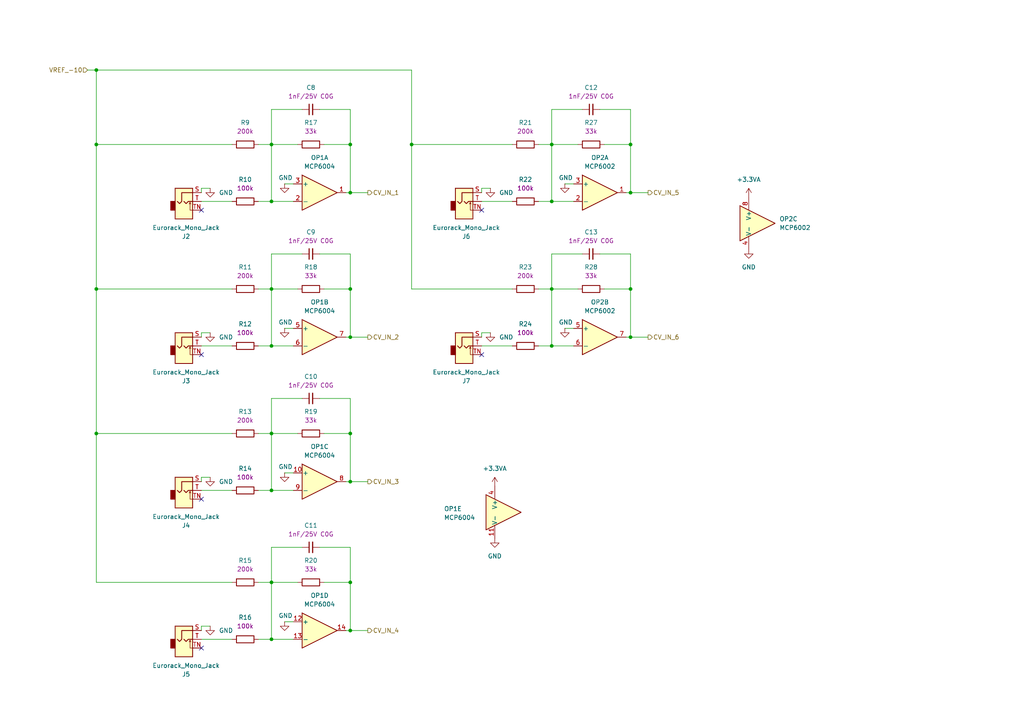
<source format=kicad_sch>
(kicad_sch (version 20250114) (generator "eeschema") (generator_version "9.0")
  (paper "A4")
  (lib_symbols
    (symbol "Lichen:100k_0603" (pin_numbers (hide yes)) (pin_names (offset 0))
      (property "Reference" "R6" (at -2.54 -1.2701 0))
      (property "Display" "100k" (at -2.54 1.2699 0))
      (symbol "100k_0603_0_1"
        (rectangle (start -1.016 -2.54) (end 1.016 2.54) (stroke (width 0.254)))
      )
      (symbol "100k_0603_1_1"
        (pin passive line (at 0 3.81 270) (length 1.27) (name "~") (number "1"))
        (pin passive line (at 0 -3.81 90) (length 1.27) (name "~") (number "2"))
      )
    )
    (symbol "Lichen:10nF_0603_25V" (pin_numbers (hide yes)) (pin_names (offset 0.254) (hide yes))
      (property "Reference" "C5" (at 2.54 1.2638 0))
      (property "Display" "100nF" (at 2.54 -1.2762 0))
      (symbol "10nF_0603_25V_0_1"
        (polyline (pts (xy -1.524 0.508) (xy 1.524 0.508)) (stroke (width 0.3048)))
        (polyline (pts (xy -1.524 -0.508) (xy 1.524 -0.508)) (stroke (width 0.3302)))
      )
      (symbol "10nF_0603_25V_1_1"
        (pin passive line (at 0 2.54 270) (length 2.032) (name "~") (number "1"))
        (pin passive line (at 0 -2.54 90) (length 2.032) (name "~") (number "2"))
      )
    )
    (symbol "Lichen:200k_0603" (pin_numbers (hide yes)) (pin_names (offset 0))
      (property "Reference" "R3" (at 6.35 0 90))
      (property "Display" "200k" (at 3.81 0 90))
      (symbol "200k_0603_0_1"
        (rectangle (start -1.016 -2.54) (end 1.016 2.54) (stroke (width 0.254)))
      )
      (symbol "200k_0603_1_1"
        (pin passive line (at 0 3.81 270) (length 1.27) (name "~") (number "1"))
        (pin passive line (at 0 -3.81 90) (length 1.27) (name "~") (number "2"))
      )
    )
    (symbol "Lichen:33k_0603" (pin_numbers (hide yes)) (pin_names (offset 0))
      (property "Reference" "R17" (at 6.35 0 90))
      (property "Display" "33k" (at 3.81 0 90))
      (symbol "33k_0603_0_1"
        (rectangle (start -1.016 -2.54) (end 1.016 2.54) (stroke (width 0.254)))
      )
      (symbol "33k_0603_1_1"
        (pin passive line (at 0 3.81 270) (length 1.27) (name "~") (number "1"))
        (pin passive line (at 0 -3.81 90) (length 1.27) (name "~") (number "2"))
      )
    )
    (symbol "Lichen:MCP6002" (pin_names (offset 0.127))
      (property "Reference" "U6" (at 0 10.16 0))
      (property "Value" "MCP6002" (at 0 7.62 0))
      (symbol "MCP6002_1_1"
        (polyline (pts (xy -5.08 5.08) (xy 5.08 0) (xy -5.08 -5.08) (xy -5.08 5.08)) (stroke (width 0.254)) (fill (type background)))
        (pin input line (at -7.62 2.54 0) (length 2.54) (name "+") (number "3"))
        (pin input line (at -7.62 -2.54 0) (length 2.54) (name "-") (number "2"))
        (pin output line (at 7.62 0 180) (length 2.54) (name "~") (number "1"))
      )
      (symbol "MCP6002_2_1"
        (polyline (pts (xy -5.08 5.08) (xy 5.08 0) (xy -5.08 -5.08) (xy -5.08 5.08)) (stroke (width 0.254)) (fill (type background)))
        (pin input line (at -7.62 2.54 0) (length 2.54) (name "+") (number "5"))
        (pin input line (at -7.62 -2.54 0) (length 2.54) (name "-") (number "6"))
        (pin output line (at 7.62 0 180) (length 2.54) (name "~") (number "7"))
      )
      (symbol "MCP6002_3_1"
        (polyline (pts (xy -5.08 5.08) (xy 5.08 0) (xy -5.08 -5.08) (xy -5.08 5.08)) (stroke (width 0.254)) (fill (type background)))
        (pin power_in line (at -2.54 7.62 270) (length 3.81) (name "V+") (number "8"))
        (pin power_in line (at -2.54 -7.62 90) (length 3.81) (name "V-") (number "4"))
      )
    )
    (symbol "Lichen:MCP6004" (pin_names (offset 0.127))
      (property "Reference" "U3" (at 6.35 1.2701 0))
      (property "Value" "MCP6004" (at 6.35 -1.2699 0))
      (symbol "MCP6004_1_1"
        (polyline (pts (xy -5.08 5.08) (xy 5.08 0) (xy -5.08 -5.08) (xy -5.08 5.08)) (stroke (width 0.254)) (fill (type background)))
        (pin input line (at -7.62 2.54 0) (length 2.54) (name "+") (number "3"))
        (pin input line (at -7.62 -2.54 0) (length 2.54) (name "-") (number "2"))
        (pin output line (at 7.62 0 180) (length 2.54) (name "~") (number "1"))
      )
      (symbol "MCP6004_2_1"
        (polyline (pts (xy -5.08 5.08) (xy 5.08 0) (xy -5.08 -5.08) (xy -5.08 5.08)) (stroke (width 0.254)) (fill (type background)))
        (pin input line (at -7.62 2.54 0) (length 2.54) (name "+") (number "5"))
        (pin input line (at -7.62 -2.54 0) (length 2.54) (name "-") (number "6"))
        (pin output line (at 7.62 0 180) (length 2.54) (name "~") (number "7"))
      )
      (symbol "MCP6004_3_1"
        (polyline (pts (xy -5.08 5.08) (xy 5.08 0) (xy -5.08 -5.08) (xy -5.08 5.08)) (stroke (width 0.254)) (fill (type background)))
        (pin input line (at -7.62 2.54 0) (length 2.54) (name "+") (number "10"))
        (pin input line (at -7.62 -2.54 0) (length 2.54) (name "-") (number "9"))
        (pin output line (at 7.62 0 180) (length 2.54) (name "~") (number "8"))
      )
      (symbol "MCP6004_4_1"
        (polyline (pts (xy -5.08 5.08) (xy 5.08 0) (xy -5.08 -5.08) (xy -5.08 5.08)) (stroke (width 0.254)) (fill (type background)))
        (pin input line (at -7.62 2.54 0) (length 2.54) (name "+") (number "12"))
        (pin input line (at -7.62 -2.54 0) (length 2.54) (name "-") (number "13"))
        (pin output line (at 7.62 0 180) (length 2.54) (name "~") (number "14"))
      )
      (symbol "MCP6004_5_1"
        (polyline (pts (xy -5.08 5.08) (xy 5.08 0) (xy -5.08 -5.08) (xy -5.08 5.08)) (stroke (width 0.254)) (fill (type background)))
        (pin power_in line (at -2.54 7.62 270) (length 3.81) (name "V+") (number "4"))
        (pin power_in line (at -2.54 -7.62 90) (length 3.81) (name "V-") (number "11"))
      )
    )
    (symbol "Lichen:Thonkiconn_Mono_Audio_Jack"
      (property "Reference" "J14" (at -5.08 -1.9051 0))
      (property "Value" "Thonkiconn_Mono_Audio_Jack" (at -5.08 0.6349 0))
      (symbol "Thonkiconn_Mono_Audio_Jack_0_1"
        (rectangle (start -2.54 0) (end -3.81 -2.54) (stroke (width 0.254)) (fill (type outline)))
        (polyline (pts (xy 0 0) (xy 0.635 -0.635) (xy 1.27 0) (xy 2.54 0)) (stroke (width 0.254)))
        (polyline (pts (xy 1.778 -0.254) (xy 2.032 -0.762)))
        (rectangle (start 2.54 3.81) (end -2.54 -5.08) (stroke (width 0.254)) (fill (type background)))
        (polyline (pts (xy 2.54 2.54) (xy -0.635 2.54) (xy -0.635 0) (xy -1.27 -0.635) (xy -1.905 0)) (stroke (width 0.254)))
        (polyline (pts (xy 2.54 -2.54) (xy 1.778 -2.54) (xy 1.778 -0.254) (xy 1.524 -0.762)))
      )
      (symbol "Thonkiconn_Mono_Audio_Jack_1_1"
        (pin passive line (at 5.08 2.54 180) (length 2.54) (name "~") (number "S"))
        (pin passive line (at 5.08 0 180) (length 2.54) (name "~") (number "T"))
        (pin passive line (at 5.08 -2.54 180) (length 2.54) (name "~") (number "TN"))
      )
    )
    (symbol "power:+3.3VA" (power) (pin_numbers (hide yes)) (pin_names (offset 0) (hide yes))
      (property "Value" "+3.3VA" (at 0 3.556 0))
      (symbol "+3.3VA_0_1"
        (polyline (pts (xy -0.762 1.27) (xy 0 2.54)))
        (polyline (pts (xy 0 2.54) (xy 0.762 1.27)))
        (polyline (pts (xy 0 0) (xy 0 2.54)))
      )
      (symbol "+3.3VA_1_1"
        (pin power_in line (at 0 0 90) (length 0) (name "~") (number "1"))
      )
    )
    (symbol "power:GND" (power) (pin_numbers (hide yes)) (pin_names (offset 0) (hide yes))
      (property "Value" "GND" (at 0 -3.81 0))
      (symbol "GND_0_1"
        (polyline (pts (xy 0 0) (xy 0 -1.27) (xy 1.27 -1.27) (xy 0 -2.54) (xy -1.27 -1.27) (xy 0 -1.27)))
      )
      (symbol "GND_1_1"
        (pin power_in line (at 0 0 270) (length 0) (name "~") (number "1"))
      )
    )
    (symbol "winterbloom:MCP6004" (pin_names (offset 0.127))
      (property "Reference" "U" (at 0 3.81 0))
      (property "Value" "MCP6004" (at 0 -3.81 0))
      (symbol "MCP6004_1_1"
        (polyline (pts (xy -5.08 5.08) (xy 5.08 0) (xy -5.08 -5.08) (xy -5.08 5.08)) (stroke (width 0.254)) (fill (type background)))
        (pin input line (at -7.62 2.54 0) (length 2.54) (name "+") (number "3"))
        (pin input line (at -7.62 -2.54 0) (length 2.54) (name "-") (number "2"))
        (pin output line (at 7.62 0 180) (length 2.54) (name "~") (number "1"))
      )
      (symbol "MCP6004_2_1"
        (polyline (pts (xy -5.08 5.08) (xy 5.08 0) (xy -5.08 -5.08) (xy -5.08 5.08)) (stroke (width 0.254)) (fill (type background)))
        (pin input line (at -7.62 2.54 0) (length 2.54) (name "+") (number "5"))
        (pin input line (at -7.62 -2.54 0) (length 2.54) (name "-") (number "6"))
        (pin output line (at 7.62 0 180) (length 2.54) (name "~") (number "7"))
      )
      (symbol "MCP6004_3_1"
        (polyline (pts (xy -5.08 5.08) (xy 5.08 0) (xy -5.08 -5.08) (xy -5.08 5.08)) (stroke (width 0.254)) (fill (type background)))
        (pin input line (at -7.62 2.54 0) (length 2.54) (name "+") (number "10"))
        (pin input line (at -7.62 -2.54 0) (length 2.54) (name "-") (number "9"))
        (pin output line (at 7.62 0 180) (length 2.54) (name "~") (number "8"))
      )
      (symbol "MCP6004_4_1"
        (polyline (pts (xy -5.08 5.08) (xy 5.08 0) (xy -5.08 -5.08) (xy -5.08 5.08)) (stroke (width 0.254)) (fill (type background)))
        (pin input line (at -7.62 2.54 0) (length 2.54) (name "+") (number "12"))
        (pin input line (at -7.62 -2.54 0) (length 2.54) (name "-") (number "13"))
        (pin output line (at 7.62 0 180) (length 2.54) (name "~") (number "14"))
      )
      (symbol "MCP6004_5_1"
        (polyline (pts (xy -5.08 5.08) (xy 5.08 0) (xy -5.08 -5.08) (xy -5.08 5.08)) (stroke (width 0.254)) (fill (type background)))
        (pin power_in line (at -2.54 7.62 270) (length 3.81) (name "V+") (number "4"))
        (pin power_in line (at -2.54 -7.62 90) (length 3.81) (name "V-") (number "11"))
      )
    )
  )
  (junction (at 160.02 58.42))
  (junction (at 78.74 125.73))
  (junction (at 182.88 55.88))
  (junction (at 160.02 41.91))
  (junction (at 101.6 182.88))
  (junction (at 27.94 83.82))
  (junction (at 78.74 100.33))
  (junction (at 27.94 125.73))
  (junction (at 101.6 97.79))
  (junction (at 78.74 185.42))
  (junction (at 78.74 83.82))
  (junction (at 27.94 41.91))
  (junction (at 160.02 100.33))
  (junction (at 101.6 168.91))
  (junction (at 101.6 55.88))
  (junction (at 119.38 41.91))
  (junction (at 78.74 41.91))
  (junction (at 78.74 142.24))
  (junction (at 182.88 97.79))
  (junction (at 101.6 41.91))
  (junction (at 27.94 20.32))
  (junction (at 78.74 58.42))
  (junction (at 182.88 41.91))
  (junction (at 78.74 168.91))
  (junction (at 101.6 125.73))
  (junction (at 101.6 139.7))
  (junction (at 160.02 83.82))
  (junction (at 182.88 83.82))
  (junction (at 101.6 83.82))
  (no_connect (at 58.42 144.78))
  (no_connect (at 139.7 102.87))
  (no_connect (at 58.42 60.96))
  (no_connect (at 139.7 60.96))
  (no_connect (at 58.42 187.96))
  (no_connect (at 58.42 102.87))
  (wire (pts (xy 139.7 54.61) (xy 139.7 55.88)))
  (wire (pts (xy 92.71 31.75) (xy 101.6 31.75)))
  (wire (pts (xy 101.6 55.88) (xy 101.6 41.91)))
  (wire (pts (xy 100.33 182.88) (xy 101.6 182.88)))
  (wire (pts (xy 27.94 83.82) (xy 27.94 125.73)))
  (wire (pts (xy 74.93 41.91) (xy 78.74 41.91)))
  (wire (pts (xy 78.74 125.73) (xy 78.74 142.24)))
  (wire (pts (xy 139.7 96.52) (xy 142.24 96.52)))
  (wire (pts (xy 156.21 100.33) (xy 160.02 100.33)))
  (wire (pts (xy 182.88 31.75) (xy 182.88 41.91)))
  (wire (pts (xy 156.21 83.82) (xy 160.02 83.82)))
  (wire (pts (xy 139.7 54.61) (xy 142.24 54.61)))
  (wire (pts (xy 139.7 58.42) (xy 148.59 58.42)))
  (wire (pts (xy 78.74 185.42) (xy 85.09 185.42)))
  (wire (pts (xy 78.74 125.73) (xy 86.36 125.73)))
  (wire (pts (xy 160.02 73.66) (xy 160.02 83.82)))
  (wire (pts (xy 160.02 58.42) (xy 166.37 58.42)))
  (wire (pts (xy 101.6 41.91) (xy 93.98 41.91)))
  (wire (pts (xy 58.42 100.33) (xy 67.31 100.33)))
  (wire (pts (xy 82.55 180.34) (xy 85.09 180.34)))
  (wire (pts (xy 160.02 83.82) (xy 167.64 83.82)))
  (wire (pts (xy 101.6 182.88) (xy 101.6 168.91)))
  (wire (pts (xy 25.4 20.32) (xy 27.94 20.32)))
  (wire (pts (xy 182.88 83.82) (xy 175.26 83.82)))
  (wire (pts (xy 156.21 41.91) (xy 160.02 41.91)))
  (wire (pts (xy 82.55 53.34) (xy 85.09 53.34)))
  (wire (pts (xy 78.74 41.91) (xy 86.36 41.91)))
  (wire (pts (xy 82.55 137.16) (xy 85.09 137.16)))
  (wire (pts (xy 100.33 55.88) (xy 101.6 55.88)))
  (wire (pts (xy 173.99 31.75) (xy 182.88 31.75)))
  (wire (pts (xy 139.7 96.52) (xy 139.7 97.79)))
  (wire (pts (xy 58.42 96.52) (xy 58.42 97.79)))
  (wire (pts (xy 160.02 41.91) (xy 160.02 58.42)))
  (wire (pts (xy 27.94 125.73) (xy 27.94 168.91)))
  (wire (pts (xy 182.88 97.79) (xy 182.88 83.82)))
  (wire (pts (xy 163.83 53.34) (xy 166.37 53.34)))
  (wire (pts (xy 92.71 73.66) (xy 101.6 73.66)))
  (wire (pts (xy 168.91 31.75) (xy 160.02 31.75)))
  (wire (pts (xy 27.94 83.82) (xy 67.31 83.82)))
  (wire (pts (xy 101.6 168.91) (xy 93.98 168.91)))
  (wire (pts (xy 78.74 158.75) (xy 78.74 168.91)))
  (wire (pts (xy 101.6 158.75) (xy 101.6 168.91)))
  (wire (pts (xy 58.42 96.52) (xy 60.96 96.52)))
  (wire (pts (xy 148.59 83.82) (xy 119.38 83.82)))
  (wire (pts (xy 100.33 139.7) (xy 101.6 139.7)))
  (wire (pts (xy 87.63 31.75) (xy 78.74 31.75)))
  (wire (pts (xy 58.42 181.61) (xy 60.96 181.61)))
  (wire (pts (xy 101.6 83.82) (xy 93.98 83.82)))
  (wire (pts (xy 27.94 168.91) (xy 67.31 168.91)))
  (wire (pts (xy 139.7 100.33) (xy 148.59 100.33)))
  (wire (pts (xy 173.99 73.66) (xy 182.88 73.66)))
  (wire (pts (xy 74.93 125.73) (xy 78.74 125.73)))
  (wire (pts (xy 87.63 115.57) (xy 78.74 115.57)))
  (wire (pts (xy 101.6 55.88) (xy 106.68 55.88)))
  (wire (pts (xy 78.74 115.57) (xy 78.74 125.73)))
  (wire (pts (xy 27.94 20.32) (xy 119.38 20.32)))
  (wire (pts (xy 74.93 168.91) (xy 78.74 168.91)))
  (wire (pts (xy 168.91 73.66) (xy 160.02 73.66)))
  (wire (pts (xy 160.02 100.33) (xy 166.37 100.33)))
  (wire (pts (xy 27.94 125.73) (xy 67.31 125.73)))
  (wire (pts (xy 58.42 181.61) (xy 58.42 182.88)))
  (wire (pts (xy 27.94 20.32) (xy 27.94 41.91)))
  (wire (pts (xy 58.42 54.61) (xy 58.42 55.88)))
  (wire (pts (xy 58.42 138.43) (xy 60.96 138.43)))
  (wire (pts (xy 160.02 83.82) (xy 160.02 100.33)))
  (wire (pts (xy 101.6 139.7) (xy 106.68 139.7)))
  (wire (pts (xy 119.38 41.91) (xy 148.59 41.91)))
  (wire (pts (xy 182.88 55.88) (xy 182.88 41.91)))
  (wire (pts (xy 101.6 73.66) (xy 101.6 83.82)))
  (wire (pts (xy 119.38 20.32) (xy 119.38 41.91)))
  (wire (pts (xy 78.74 41.91) (xy 78.74 58.42)))
  (wire (pts (xy 87.63 158.75) (xy 78.74 158.75)))
  (wire (pts (xy 160.02 41.91) (xy 167.64 41.91)))
  (wire (pts (xy 58.42 58.42) (xy 67.31 58.42)))
  (wire (pts (xy 119.38 41.91) (xy 119.38 83.82)))
  (wire (pts (xy 78.74 100.33) (xy 85.09 100.33)))
  (wire (pts (xy 74.93 100.33) (xy 78.74 100.33)))
  (wire (pts (xy 78.74 31.75) (xy 78.74 41.91)))
  (wire (pts (xy 101.6 139.7) (xy 101.6 125.73)))
  (wire (pts (xy 74.93 83.82) (xy 78.74 83.82)))
  (wire (pts (xy 101.6 125.73) (xy 93.98 125.73)))
  (wire (pts (xy 27.94 41.91) (xy 67.31 41.91)))
  (wire (pts (xy 101.6 97.79) (xy 106.68 97.79)))
  (wire (pts (xy 100.33 97.79) (xy 101.6 97.79)))
  (wire (pts (xy 182.88 41.91) (xy 175.26 41.91)))
  (wire (pts (xy 78.74 168.91) (xy 86.36 168.91)))
  (wire (pts (xy 58.42 185.42) (xy 67.31 185.42)))
  (wire (pts (xy 87.63 73.66) (xy 78.74 73.66)))
  (wire (pts (xy 182.88 55.88) (xy 187.96 55.88)))
  (wire (pts (xy 82.55 95.25) (xy 85.09 95.25)))
  (wire (pts (xy 78.74 83.82) (xy 86.36 83.82)))
  (wire (pts (xy 101.6 31.75) (xy 101.6 41.91)))
  (wire (pts (xy 101.6 97.79) (xy 101.6 83.82)))
  (wire (pts (xy 78.74 168.91) (xy 78.74 185.42)))
  (wire (pts (xy 92.71 158.75) (xy 101.6 158.75)))
  (wire (pts (xy 181.61 55.88) (xy 182.88 55.88)))
  (wire (pts (xy 78.74 58.42) (xy 85.09 58.42)))
  (wire (pts (xy 27.94 41.91) (xy 27.94 83.82)))
  (wire (pts (xy 92.71 115.57) (xy 101.6 115.57)))
  (wire (pts (xy 101.6 182.88) (xy 106.68 182.88)))
  (wire (pts (xy 163.83 95.25) (xy 166.37 95.25)))
  (wire (pts (xy 78.74 83.82) (xy 78.74 100.33)))
  (wire (pts (xy 74.93 142.24) (xy 78.74 142.24)))
  (wire (pts (xy 182.88 97.79) (xy 187.96 97.79)))
  (wire (pts (xy 156.21 58.42) (xy 160.02 58.42)))
  (wire (pts (xy 74.93 185.42) (xy 78.74 185.42)))
  (wire (pts (xy 78.74 73.66) (xy 78.74 83.82)))
  (wire (pts (xy 101.6 115.57) (xy 101.6 125.73)))
  (wire (pts (xy 58.42 138.43) (xy 58.42 139.7)))
  (wire (pts (xy 58.42 54.61) (xy 60.96 54.61)))
  (wire (pts (xy 181.61 97.79) (xy 182.88 97.79)))
  (wire (pts (xy 58.42 142.24) (xy 67.31 142.24)))
  (wire (pts (xy 160.02 31.75) (xy 160.02 41.91)))
  (wire (pts (xy 78.74 142.24) (xy 85.09 142.24)))
  (wire (pts (xy 74.93 58.42) (xy 78.74 58.42)))
  (wire (pts (xy 182.88 73.66) (xy 182.88 83.82)))
  (hierarchical_label "CV_IN_5" (shape output) (at 187.96 55.88 0))
  (hierarchical_label "CV_IN_4" (shape output) (at 106.68 182.88 0))
  (hierarchical_label "CV_IN_2" (shape output) (at 106.68 97.79 0))
  (hierarchical_label "CV_IN_3" (shape output) (at 106.68 139.7 0))
  (hierarchical_label "CV_IN_6" (shape output) (at 187.96 97.79 0))
  (hierarchical_label "CV_IN_1" (shape output) (at 106.68 55.88 0))
  (hierarchical_label "VREF_-10" (shape input) (at 25.4 20.32 180))
  (symbol (lib_id "Lichen:100k_0603") (at 71.12 142.24 270) (unit 1)
    (property "Reference" "R14" (at 71.12 135.89 90))
    (property "Value" "100k_0603" (effects (hide yes)))
    (property "Footprint" "PCM_4ms_Resistor:R_0603" (effects (hide yes)))
    (property "Datasheet" "https://www.lcsc.com/datasheet/lcsc_datasheet_2206010045_UNI-ROYAL-Uniroyal-Elec-0603WAF1003T5E_C25803.pdf" (effects (hide yes)))
    (property "Description" "100K, 1%, 1/10W, 0603" (effects (hide yes)))
    (property "Specifications" "100K, 1%, 1/10W, 0603" (effects (hide yes)))
    (property "Manufacturer" "UNI-ROYAL" (effects (hide yes)))
    (property "Part Number" "0603WAF1003T5E" (effects (hide yes)))
    (property "Display" "100k" (at 71.12 138.43 90))
    (property "LCSC" "C25803" (effects (hide yes)))
    (property "JLCPCB ID" "C25803" (effects (hide yes)))
  )
  (symbol (lib_id "Lichen:33k_0603") (at 171.45 41.91 90) (unit 1)
    (property "Reference" "R27" (at 171.45 35.56 90))
    (property "Value" "33k_0603" (effects (hide yes)))
    (property "Footprint" "PCM_4ms_Resistor:R_0603" (effects (hide yes)))
    (property "Datasheet" "https://jlcpcb.com/api/file/downloadByFileSystemAccessId/8579706078424190976" (effects (hide yes)))
    (property "Description" "33K, 1%, 1/10W, 0603" (effects (hide yes)))
    (property "Specifications" "33K, 1%, 1/10W, 0603" (effects (hide yes)))
    (property "Manufacturer" "UNI-ROYAL" (effects (hide yes)))
    (property "Part Number" "0603WAF3302T5E" (effects (hide yes)))
    (property "Display" "33k" (at 171.45 38.1 90))
    (property "LCSC" "C4216" (effects (hide yes)))
  )
  (symbol (lib_id "Lichen:10nF_0603_25V") (at 171.45 73.66 90) (unit 1)
    (property "Reference" "C13" (at 171.4563 67.31 90))
    (property "Value" "1nF_0603_16V" (effects (hide yes)))
    (property "Footprint" "PCM_4ms_Capacitor:C_0603" (effects (hide yes)))
    (property "Description" "25V 1nF C0G ±5% 0603 MLCC" (effects (hide yes)))
    (property "Specifications" "25V 1nF C0G ±5% 0603 MLCC" (effects (hide yes)))
    (property "Manufacturer" "Samsung Electro-Mechanics" (effects (hide yes)))
    (property "Part Number" "CL10C102JA8NNNC" (effects (hide yes)))
    (property "Display" "1nF/25V C0G" (at 171.4563 69.85 90))
    (property "LCSC" "C2839443" (effects (hide yes)))
  )
  (symbol (lib_id "power:GND") (at 163.83 53.34 0) (unit 1)
    (property "Reference" "#PWR043" (effects (hide yes)))
    (property "Value" "GND" (at 162.052 51.562 0) (effects (justify left)))
    (property "Description" "Power symbol creates a global label with name \"GND\" , ground" (effects (hide yes)))
  )
  (symbol (lib_id "Lichen:10nF_0603_25V") (at 90.17 115.57 90) (unit 1)
    (property "Reference" "C10" (at 90.1763 109.22 90))
    (property "Value" "1nF_0603_16V" (effects (hide yes)))
    (property "Footprint" "PCM_4ms_Capacitor:C_0603" (effects (hide yes)))
    (property "Description" "25V 1nF C0G ±5% 0603 MLCC" (effects (hide yes)))
    (property "Specifications" "25V 1nF C0G ±5% 0603 MLCC" (effects (hide yes)))
    (property "Manufacturer" "Samsung Electro-Mechanics" (effects (hide yes)))
    (property "Part Number" "CL10C102JA8NNNC" (effects (hide yes)))
    (property "Display" "1nF/25V C0G" (at 90.1763 111.76 90))
    (property "LCSC" "C2839443" (effects (hide yes)))
  )
  (symbol (lib_id "power:GND") (at 82.55 180.34 0) (unit 1)
    (property "Reference" "#PWR037" (effects (hide yes)))
    (property "Value" "GND" (at 80.772 178.562 0) (effects (justify left)))
    (property "Description" "Power symbol creates a global label with name \"GND\" , ground" (effects (hide yes)))
  )
  (symbol (lib_id "power:GND") (at 60.96 138.43 0) (unit 1)
    (property "Reference" "#PWR032" (effects (hide yes)))
    (property "Value" "GND" (at 63.5 139.6999 0) (effects (justify left)))
    (property "Description" "Power symbol creates a global label with name \"GND\" , ground" (effects (hide yes)))
  )
  (symbol (lib_id "Lichen:Thonkiconn_Mono_Audio_Jack") (at 53.34 58.42 0) (unit 1)
    (property "Reference" "J2" (at 53.975 68.58 0))
    (property "Value" "Eurorack_Mono_Jack" (at 53.975 66.04 0))
    (property "Footprint" "PCM_4ms_Jack:EighthInch_PJ398SM" (effects (hide yes)))
    (property "Datasheet" "https://www.thonk.co.uk/wp-content/uploads/2018/07/Thonkiconn_Jack_Datasheet-new.jpg" (effects (hide yes)))
    (property "Description" "Audio Jack, 2 Poles (Mono / TS), Switched T Pole (Normalling)" (effects (hide yes)))
    (property "MPN" "WQP-WQP518MA" (effects (hide yes)))
    (property "Manufacturer" "WQP" (effects (hide yes)))
    (property "Part Number" "WQP518MA/PJ398SM" (effects (hide yes)))
  )
  (symbol (lib_id "Lichen:Thonkiconn_Mono_Audio_Jack") (at 53.34 142.24 0) (unit 1)
    (property "Reference" "J4" (at 53.975 152.4 0))
    (property "Value" "Eurorack_Mono_Jack" (at 53.975 149.86 0))
    (property "Footprint" "PCM_4ms_Jack:EighthInch_PJ398SM" (effects (hide yes)))
    (property "Datasheet" "https://www.thonk.co.uk/wp-content/uploads/2018/07/Thonkiconn_Jack_Datasheet-new.jpg" (effects (hide yes)))
    (property "Description" "Audio Jack, 2 Poles (Mono / TS), Switched T Pole (Normalling)" (effects (hide yes)))
    (property "MPN" "WQP-WQP518MA" (effects (hide yes)))
    (property "Manufacturer" "WQP" (effects (hide yes)))
    (property "Part Number" "WQP518MA/PJ398SM" (effects (hide yes)))
  )
  (symbol (lib_id "power:GND") (at 142.24 96.52 0) (unit 1)
    (property "Reference" "#PWR039" (effects (hide yes)))
    (property "Value" "GND" (at 144.78 97.7899 0) (effects (justify left)))
    (property "Description" "Power symbol creates a global label with name \"GND\" , ground" (effects (hide yes)))
  )
  (symbol (lib_id "power:GND") (at 60.96 54.61 0) (unit 1)
    (property "Reference" "#PWR030" (effects (hide yes)))
    (property "Value" "GND" (at 63.5 55.8799 0) (effects (justify left)))
    (property "Description" "Power symbol creates a global label with name \"GND\" , ground" (effects (hide yes)))
  )
  (symbol (lib_id "Lichen:33k_0603") (at 90.17 83.82 90) (unit 1)
    (property "Reference" "R18" (at 90.17 77.47 90))
    (property "Value" "33k_0603" (effects (hide yes)))
    (property "Footprint" "PCM_4ms_Resistor:R_0603" (effects (hide yes)))
    (property "Datasheet" "https://jlcpcb.com/api/file/downloadByFileSystemAccessId/8579706078424190976" (effects (hide yes)))
    (property "Description" "33K, 1%, 1/10W, 0603" (effects (hide yes)))
    (property "Specifications" "33K, 1%, 1/10W, 0603" (effects (hide yes)))
    (property "Manufacturer" "UNI-ROYAL" (effects (hide yes)))
    (property "Part Number" "0603WAF3302T5E" (effects (hide yes)))
    (property "Display" "33k" (at 90.17 80.01 90))
    (property "LCSC" "C4216" (effects (hide yes)))
  )
  (symbol (lib_id "Lichen:100k_0603") (at 152.4 58.42 270) (unit 1)
    (property "Reference" "R22" (at 152.4 52.07 90))
    (property "Value" "100k_0603" (effects (hide yes)))
    (property "Footprint" "PCM_4ms_Resistor:R_0603" (effects (hide yes)))
    (property "Datasheet" "https://www.lcsc.com/datasheet/lcsc_datasheet_2206010045_UNI-ROYAL-Uniroyal-Elec-0603WAF1003T5E_C25803.pdf" (effects (hide yes)))
    (property "Description" "100K, 1%, 1/10W, 0603" (effects (hide yes)))
    (property "Specifications" "100K, 1%, 1/10W, 0603" (effects (hide yes)))
    (property "Manufacturer" "UNI-ROYAL" (effects (hide yes)))
    (property "Part Number" "0603WAF1003T5E" (effects (hide yes)))
    (property "Display" "100k" (at 152.4 54.61 90))
    (property "LCSC" "C25803" (effects (hide yes)))
    (property "JLCPCB ID" "C25803" (effects (hide yes)))
  )
  (symbol (lib_id "power:GND") (at 142.24 54.61 0) (unit 1)
    (property "Reference" "#PWR038" (effects (hide yes)))
    (property "Value" "GND" (at 144.78 55.8799 0) (effects (justify left)))
    (property "Description" "Power symbol creates a global label with name \"GND\" , ground" (effects (hide yes)))
  )
  (symbol (lib_id "Lichen:33k_0603") (at 90.17 125.73 90) (unit 1)
    (property "Reference" "R19" (at 90.17 119.38 90))
    (property "Value" "33k_0603" (effects (hide yes)))
    (property "Footprint" "PCM_4ms_Resistor:R_0603" (effects (hide yes)))
    (property "Datasheet" "https://jlcpcb.com/api/file/downloadByFileSystemAccessId/8579706078424190976" (effects (hide yes)))
    (property "Description" "33K, 1%, 1/10W, 0603" (effects (hide yes)))
    (property "Specifications" "33K, 1%, 1/10W, 0603" (effects (hide yes)))
    (property "Manufacturer" "UNI-ROYAL" (effects (hide yes)))
    (property "Part Number" "0603WAF3302T5E" (effects (hide yes)))
    (property "Display" "33k" (at 90.17 121.92 90))
    (property "LCSC" "C4216" (effects (hide yes)))
  )
  (symbol (lib_id "power:GND") (at 217.17 72.39 0) (unit 1)
    (property "Reference" "#PWR049" (effects (hide yes)))
    (property "Value" "GND" (at 217.17 77.47 0))
    (property "Description" "Power symbol creates a global label with name \"GND\" , ground" (effects (hide yes)))
  )
  (symbol (lib_id "Lichen:100k_0603") (at 71.12 185.42 270) (unit 1)
    (property "Reference" "R16" (at 71.12 179.07 90))
    (property "Value" "100k_0603" (effects (hide yes)))
    (property "Footprint" "PCM_4ms_Resistor:R_0603" (effects (hide yes)))
    (property "Datasheet" "https://www.lcsc.com/datasheet/lcsc_datasheet_2206010045_UNI-ROYAL-Uniroyal-Elec-0603WAF1003T5E_C25803.pdf" (effects (hide yes)))
    (property "Description" "100K, 1%, 1/10W, 0603" (effects (hide yes)))
    (property "Specifications" "100K, 1%, 1/10W, 0603" (effects (hide yes)))
    (property "Manufacturer" "UNI-ROYAL" (effects (hide yes)))
    (property "Part Number" "0603WAF1003T5E" (effects (hide yes)))
    (property "Display" "100k" (at 71.12 181.61 90))
    (property "LCSC" "C25803" (effects (hide yes)))
    (property "JLCPCB ID" "C25803" (effects (hide yes)))
  )
  (symbol (lib_id "Lichen:Thonkiconn_Mono_Audio_Jack") (at 53.34 100.33 0) (unit 1)
    (property "Reference" "J3" (at 53.975 110.49 0))
    (property "Value" "Eurorack_Mono_Jack" (at 53.975 107.95 0))
    (property "Footprint" "PCM_4ms_Jack:EighthInch_PJ398SM" (effects (hide yes)))
    (property "Datasheet" "https://www.thonk.co.uk/wp-content/uploads/2018/07/Thonkiconn_Jack_Datasheet-new.jpg" (effects (hide yes)))
    (property "Description" "Audio Jack, 2 Poles (Mono / TS), Switched T Pole (Normalling)" (effects (hide yes)))
    (property "MPN" "WQP-WQP518MA" (effects (hide yes)))
    (property "Manufacturer" "WQP" (effects (hide yes)))
    (property "Part Number" "WQP518MA/PJ398SM" (effects (hide yes)))
  )
  (symbol (lib_id "Lichen:Thonkiconn_Mono_Audio_Jack") (at 134.62 58.42 0) (unit 1)
    (property "Reference" "J6" (at 135.255 68.58 0))
    (property "Value" "Eurorack_Mono_Jack" (at 135.255 66.04 0))
    (property "Footprint" "PCM_4ms_Jack:EighthInch_PJ398SM" (effects (hide yes)))
    (property "Datasheet" "https://www.thonk.co.uk/wp-content/uploads/2018/07/Thonkiconn_Jack_Datasheet-new.jpg" (effects (hide yes)))
    (property "Description" "Audio Jack, 2 Poles (Mono / TS), Switched T Pole (Normalling)" (effects (hide yes)))
    (property "MPN" "WQP-WQP518MA" (effects (hide yes)))
    (property "Manufacturer" "WQP" (effects (hide yes)))
    (property "Part Number" "WQP518MA/PJ398SM" (effects (hide yes)))
  )
  (symbol (lib_id "Lichen:200k_0603") (at 71.12 41.91 90) (unit 1)
    (property "Reference" "R9" (at 71.12 35.56 90))
    (property "Value" "200k_0603" (effects (hide yes)))
    (property "Footprint" "PCM_4ms_Resistor:R_0603" (effects (hide yes)))
    (property "Datasheet" "https://www.lcsc.com/datasheet/lcsc_datasheet_2206010045_UNI-ROYAL-Uniroyal-Elec-0603WAF1003T5E_C25803.pdf" (effects (hide yes)))
    (property "Description" "200K, 1%, 1/10W, 0603" (effects (hide yes)))
    (property "Specifications" "200K, 1%, 1/10W, 0603" (effects (hide yes)))
    (property "Manufacturer" "UNI-ROYAL" (effects (hide yes)))
    (property "Part Number" "0603WAF2003T5E" (effects (hide yes)))
    (property "Display" "200k" (at 71.12 38.1 90))
    (property "LCSC" "C25811" (effects (hide yes)))
  )
  (symbol (lib_id "Lichen:33k_0603") (at 171.45 83.82 90) (unit 1)
    (property "Reference" "R28" (at 171.45 77.47 90))
    (property "Value" "33k_0603" (effects (hide yes)))
    (property "Footprint" "PCM_4ms_Resistor:R_0603" (effects (hide yes)))
    (property "Datasheet" "https://jlcpcb.com/api/file/downloadByFileSystemAccessId/8579706078424190976" (effects (hide yes)))
    (property "Description" "33K, 1%, 1/10W, 0603" (effects (hide yes)))
    (property "Specifications" "33K, 1%, 1/10W, 0603" (effects (hide yes)))
    (property "Manufacturer" "UNI-ROYAL" (effects (hide yes)))
    (property "Part Number" "0603WAF3302T5E" (effects (hide yes)))
    (property "Display" "33k" (at 171.45 80.01 90))
    (property "LCSC" "C4216" (effects (hide yes)))
  )
  (symbol (lib_id "Lichen:100k_0603") (at 71.12 100.33 270) (unit 1)
    (property "Reference" "R12" (at 71.12 93.98 90))
    (property "Value" "100k_0603" (effects (hide yes)))
    (property "Footprint" "PCM_4ms_Resistor:R_0603" (effects (hide yes)))
    (property "Datasheet" "https://www.lcsc.com/datasheet/lcsc_datasheet_2206010045_UNI-ROYAL-Uniroyal-Elec-0603WAF1003T5E_C25803.pdf" (effects (hide yes)))
    (property "Description" "100K, 1%, 1/10W, 0603" (effects (hide yes)))
    (property "Specifications" "100K, 1%, 1/10W, 0603" (effects (hide yes)))
    (property "Manufacturer" "UNI-ROYAL" (effects (hide yes)))
    (property "Part Number" "0603WAF1003T5E" (effects (hide yes)))
    (property "Display" "100k" (at 71.12 96.52 90))
    (property "LCSC" "C25803" (effects (hide yes)))
    (property "JLCPCB ID" "C25803" (effects (hide yes)))
  )
  (symbol (lib_id "Lichen:100k_0603") (at 71.12 58.42 270) (unit 1)
    (property "Reference" "R10" (at 71.12 52.07 90))
    (property "Value" "100k_0603" (effects (hide yes)))
    (property "Footprint" "PCM_4ms_Resistor:R_0603" (effects (hide yes)))
    (property "Datasheet" "https://www.lcsc.com/datasheet/lcsc_datasheet_2206010045_UNI-ROYAL-Uniroyal-Elec-0603WAF1003T5E_C25803.pdf" (effects (hide yes)))
    (property "Description" "100K, 1%, 1/10W, 0603" (effects (hide yes)))
    (property "Specifications" "100K, 1%, 1/10W, 0603" (effects (hide yes)))
    (property "Manufacturer" "UNI-ROYAL" (effects (hide yes)))
    (property "Part Number" "0603WAF1003T5E" (effects (hide yes)))
    (property "Display" "100k" (at 71.12 54.61 90))
    (property "LCSC" "C25803" (effects (hide yes)))
    (property "JLCPCB ID" "C25803" (effects (hide yes)))
  )
  (symbol (lib_id "Lichen:200k_0603") (at 71.12 125.73 90) (unit 1)
    (property "Reference" "R13" (at 71.12 119.38 90))
    (property "Value" "200k_0603" (effects (hide yes)))
    (property "Footprint" "PCM_4ms_Resistor:R_0603" (effects (hide yes)))
    (property "Datasheet" "https://www.lcsc.com/datasheet/lcsc_datasheet_2206010045_UNI-ROYAL-Uniroyal-Elec-0603WAF1003T5E_C25803.pdf" (effects (hide yes)))
    (property "Description" "200K, 1%, 1/10W, 0603" (effects (hide yes)))
    (property "Specifications" "200K, 1%, 1/10W, 0603" (effects (hide yes)))
    (property "Manufacturer" "UNI-ROYAL" (effects (hide yes)))
    (property "Part Number" "0603WAF2003T5E" (effects (hide yes)))
    (property "Display" "200k" (at 71.12 121.92 90))
    (property "LCSC" "C25811" (effects (hide yes)))
  )
  (symbol (lib_id "Lichen:200k_0603") (at 71.12 168.91 90) (unit 1)
    (property "Reference" "R15" (at 71.12 162.56 90))
    (property "Value" "200k_0603" (effects (hide yes)))
    (property "Footprint" "PCM_4ms_Resistor:R_0603" (effects (hide yes)))
    (property "Datasheet" "https://www.lcsc.com/datasheet/lcsc_datasheet_2206010045_UNI-ROYAL-Uniroyal-Elec-0603WAF1003T5E_C25803.pdf" (effects (hide yes)))
    (property "Description" "200K, 1%, 1/10W, 0603" (effects (hide yes)))
    (property "Specifications" "200K, 1%, 1/10W, 0603" (effects (hide yes)))
    (property "Manufacturer" "UNI-ROYAL" (effects (hide yes)))
    (property "Part Number" "0603WAF2003T5E" (effects (hide yes)))
    (property "Display" "200k" (at 71.12 165.1 90))
    (property "LCSC" "C25811" (effects (hide yes)))
  )
  (symbol (lib_id "Lichen:10nF_0603_25V") (at 90.17 73.66 90) (unit 1)
    (property "Reference" "C9" (at 90.1763 67.31 90))
    (property "Value" "1nF_0603_16V" (effects (hide yes)))
    (property "Footprint" "PCM_4ms_Capacitor:C_0603" (effects (hide yes)))
    (property "Description" "25V 1nF C0G ±5% 0603 MLCC" (effects (hide yes)))
    (property "Specifications" "25V 1nF C0G ±5% 0603 MLCC" (effects (hide yes)))
    (property "Manufacturer" "Samsung Electro-Mechanics" (effects (hide yes)))
    (property "Part Number" "CL10C102JA8NNNC" (effects (hide yes)))
    (property "Display" "1nF/25V C0G" (at 90.1763 69.85 90))
    (property "LCSC" "C2839443" (effects (hide yes)))
  )
  (symbol (lib_id "Lichen:MCP6002") (at 173.99 97.79 0) (unit 2)
    (property "Reference" "OP2" (at 173.99 87.63 0))
    (property "Value" "MCP6002" (at 173.99 90.17 0))
    (property "Footprint" "Package_SO:MSOP-8_3x3mm_P0.65mm" (effects (hide yes)))
    (property "Datasheet" "https://ww1.microchip.com/downloads/en/DeviceDoc/MCP6001-1R-1U-2-4-1-MHz-Low-Power-Op-Amp-DS20001733L.pdf" (effects (hide yes)))
    (property "Description" "Dual, 1 Mhz, low-power, single supply, rail-to-rail, operational amplifier" (effects (hide yes)))
    (property "Manufacturer" "Microchip Tech" (effects (hide yes)))
    (property "LCSC" "C2652308" (effects (hide yes)))
    (property "Part Number" "MCP6002T-I/MS" (effects (hide yes)))
  )
  (symbol (lib_id "Lichen:Thonkiconn_Mono_Audio_Jack") (at 53.34 185.42 0) (unit 1)
    (property "Reference" "J5" (at 53.975 195.58 0))
    (property "Value" "Eurorack_Mono_Jack" (at 53.975 193.04 0))
    (property "Footprint" "PCM_4ms_Jack:EighthInch_PJ398SM" (effects (hide yes)))
    (property "Datasheet" "https://www.thonk.co.uk/wp-content/uploads/2018/07/Thonkiconn_Jack_Datasheet-new.jpg" (effects (hide yes)))
    (property "Description" "Audio Jack, 2 Poles (Mono / TS), Switched T Pole (Normalling)" (effects (hide yes)))
    (property "MPN" "WQP-WQP518MA" (effects (hide yes)))
    (property "Manufacturer" "WQP" (effects (hide yes)))
    (property "Part Number" "WQP518MA/PJ398SM" (effects (hide yes)))
  )
  (symbol (lib_id "power:GND") (at 82.55 137.16 0) (unit 1)
    (property "Reference" "#PWR036" (effects (hide yes)))
    (property "Value" "GND" (at 80.772 135.382 0) (effects (justify left)))
    (property "Description" "Power symbol creates a global label with name \"GND\" , ground" (effects (hide yes)))
  )
  (symbol (lib_id "Lichen:MCP6002") (at 219.71 64.77 0) (unit 3)
    (property "Reference" "OP2" (at 226.06 63.4999 0) (effects (justify left)))
    (property "Value" "MCP6002" (at 226.06 66.0399 0) (effects (justify left)))
    (property "Footprint" "Package_SO:MSOP-8_3x3mm_P0.65mm" (effects (hide yes)))
    (property "Datasheet" "https://ww1.microchip.com/downloads/en/DeviceDoc/MCP6001-1R-1U-2-4-1-MHz-Low-Power-Op-Amp-DS20001733L.pdf" (effects (hide yes)))
    (property "Description" "Dual, 1 Mhz, low-power, single supply, rail-to-rail, operational amplifier" (effects (hide yes)))
    (property "Manufacturer" "Microchip Tech" (effects (hide yes)))
    (property "LCSC" "C2652308" (effects (hide yes)))
    (property "Part Number" "MCP6002T-I/MS" (effects (hide yes)))
  )
  (symbol (lib_id "power:GND") (at 143.51 156.21 0) (unit 1)
    (property "Reference" "#PWR047" (effects (hide yes)))
    (property "Value" "GND" (at 143.51 161.29 0))
    (property "Description" "Power symbol creates a global label with name \"GND\" , ground" (effects (hide yes)))
  )
  (symbol (lib_id "Lichen:100k_0603") (at 152.4 100.33 270) (unit 1)
    (property "Reference" "R24" (at 152.4 93.98 90))
    (property "Value" "100k_0603" (effects (hide yes)))
    (property "Footprint" "PCM_4ms_Resistor:R_0603" (effects (hide yes)))
    (property "Datasheet" "https://www.lcsc.com/datasheet/lcsc_datasheet_2206010045_UNI-ROYAL-Uniroyal-Elec-0603WAF1003T5E_C25803.pdf" (effects (hide yes)))
    (property "Description" "100K, 1%, 1/10W, 0603" (effects (hide yes)))
    (property "Specifications" "100K, 1%, 1/10W, 0603" (effects (hide yes)))
    (property "Manufacturer" "UNI-ROYAL" (effects (hide yes)))
    (property "Part Number" "0603WAF1003T5E" (effects (hide yes)))
    (property "Display" "100k" (at 152.4 96.52 90))
    (property "LCSC" "C25803" (effects (hide yes)))
    (property "JLCPCB ID" "C25803" (effects (hide yes)))
  )
  (symbol (lib_id "power:GND") (at 60.96 96.52 0) (unit 1)
    (property "Reference" "#PWR031" (effects (hide yes)))
    (property "Value" "GND" (at 63.5 97.7899 0) (effects (justify left)))
    (property "Description" "Power symbol creates a global label with name \"GND\" , ground" (effects (hide yes)))
  )
  (symbol (lib_id "power:+3.3VA") (at 143.51 140.97 0) (unit 1)
    (property "Reference" "#PWR046" (effects (hide yes)))
    (property "Value" "+3.3VA" (at 143.51 135.89 0))
    (property "Description" "Power symbol creates a global label with name \"+3.3VA\"" (effects (hide yes)))
  )
  (symbol (lib_id "Lichen:10nF_0603_25V") (at 90.17 158.75 90) (unit 1)
    (property "Reference" "C11" (at 90.1763 152.4 90))
    (property "Value" "1nF_0603_16V" (effects (hide yes)))
    (property "Footprint" "PCM_4ms_Capacitor:C_0603" (effects (hide yes)))
    (property "Description" "25V 1nF C0G ±5% 0603 MLCC" (effects (hide yes)))
    (property "Specifications" "25V 1nF C0G ±5% 0603 MLCC" (effects (hide yes)))
    (property "Manufacturer" "Samsung Electro-Mechanics" (effects (hide yes)))
    (property "Part Number" "CL10C102JA8NNNC" (effects (hide yes)))
    (property "Display" "1nF/25V C0G" (at 90.1763 154.94 90))
    (property "LCSC" "C2839443" (effects (hide yes)))
  )
  (symbol (lib_id "power:+3.3VA") (at 217.17 57.15 0) (unit 1)
    (property "Reference" "#PWR048" (effects (hide yes)))
    (property "Value" "+3.3VA" (at 217.17 52.07 0))
    (property "Description" "Power symbol creates a global label with name \"+3.3VA\"" (effects (hide yes)))
  )
  (symbol (lib_id "power:GND") (at 82.55 95.25 0) (unit 1)
    (property "Reference" "#PWR035" (effects (hide yes)))
    (property "Value" "GND" (at 80.772 93.472 0) (effects (justify left)))
    (property "Description" "Power symbol creates a global label with name \"GND\" , ground" (effects (hide yes)))
  )
  (symbol (lib_id "Lichen:33k_0603") (at 90.17 41.91 90) (unit 1)
    (property "Reference" "R17" (at 90.17 35.56 90))
    (property "Value" "33k_0603" (effects (hide yes)))
    (property "Footprint" "PCM_4ms_Resistor:R_0603" (effects (hide yes)))
    (property "Datasheet" "https://jlcpcb.com/api/file/downloadByFileSystemAccessId/8579706078424190976" (effects (hide yes)))
    (property "Description" "33K, 1%, 1/10W, 0603" (effects (hide yes)))
    (property "Manufacturer" "UNI-ROYAL" (effects (hide yes)))
    (property "Part Number" "0603WAF3302T5E" (effects (hide yes)))
    (property "Display" "33k" (at 90.17 38.1 90))
    (property "LCSC" "C4216" (effects (hide yes)))
  )
  (symbol (lib_id "winterbloom:MCP6004") (at 146.05 148.59 0) (unit 5)
    (property "Reference" "OP1" (at 128.778 147.574 0) (effects (justify left)))
    (property "Value" "MCP6004" (at 128.778 150.114 0) (effects (justify left)))
    (property "Footprint" "Package_SO:TSSOP-14_4.4x5mm_P0.65mm" (effects (hide yes)))
    (property "Datasheet" "http://datasheet.octopart.com/MCP6001T-I/OT-Microchip-datasheet-8823409.pdf" (effects (hide yes)))
    (property "Description" "Low-Power, Quad-Operational Amplifiers, TSSOP-14" (effects (hide yes)))
    (property "Manufacturer" "Microchip Tech" (effects (hide yes)))
    (property "Part Number" "MCP6004T-I/ST" (effects (hide yes)))
    (property "LCSC" "C50282" (effects (hide yes)))
  )
  (symbol (lib_id "Lichen:MCP6004") (at 92.71 139.7 0) (unit 3)
    (property "Reference" "OP1" (at 92.71 129.54 0))
    (property "Value" "MCP6004" (at 92.71 132.08 0))
    (property "Footprint" "Package_SO:TSSOP-14_4.4x5mm_P0.65mm" (effects (hide yes)))
    (property "Datasheet" "http://datasheet.octopart.com/MCP6001T-I/OT-Microchip-datasheet-8823409.pdf" (effects (hide yes)))
    (property "Description" "Low-Power, Quad-Operational Amplifiers, TSSOP-14" (effects (hide yes)))
    (property "Manufacturer" "Microchip Tech" (effects (hide yes)))
    (property "Part Number" "MCP6004T-I/ST" (effects (hide yes)))
    (property "LCSC" "C50282" (effects (hide yes)))
  )
  (symbol (lib_id "Lichen:200k_0603") (at 152.4 41.91 90) (unit 1)
    (property "Reference" "R21" (at 152.4 35.56 90))
    (property "Value" "200k_0603" (effects (hide yes)))
    (property "Footprint" "PCM_4ms_Resistor:R_0603" (effects (hide yes)))
    (property "Datasheet" "https://www.lcsc.com/datasheet/lcsc_datasheet_2206010045_UNI-ROYAL-Uniroyal-Elec-0603WAF1003T5E_C25803.pdf" (effects (hide yes)))
    (property "Description" "200K, 1%, 1/10W, 0603" (effects (hide yes)))
    (property "Specifications" "200K, 1%, 1/10W, 0603" (effects (hide yes)))
    (property "Manufacturer" "UNI-ROYAL" (effects (hide yes)))
    (property "Part Number" "0603WAF2003T5E" (effects (hide yes)))
    (property "Display" "200k" (at 152.4 38.1 90))
    (property "LCSC" "C25811" (effects (hide yes)))
  )
  (symbol (lib_id "power:GND") (at 163.83 95.25 0) (unit 1)
    (property "Reference" "#PWR044" (effects (hide yes)))
    (property "Value" "GND" (at 162.052 93.472 0) (effects (justify left)))
    (property "Description" "Power symbol creates a global label with name \"GND\" , ground" (effects (hide yes)))
  )
  (symbol (lib_id "power:GND") (at 82.55 53.34 0) (unit 1)
    (property "Reference" "#PWR034" (effects (hide yes)))
    (property "Value" "GND" (at 80.772 51.562 0) (effects (justify left)))
    (property "Description" "Power symbol creates a global label with name \"GND\" , ground" (effects (hide yes)))
  )
  (symbol (lib_id "Lichen:200k_0603") (at 152.4 83.82 90) (unit 1)
    (property "Reference" "R23" (at 152.4 77.47 90))
    (property "Value" "200k_0603" (effects (hide yes)))
    (property "Footprint" "PCM_4ms_Resistor:R_0603" (effects (hide yes)))
    (property "Datasheet" "https://www.lcsc.com/datasheet/lcsc_datasheet_2206010045_UNI-ROYAL-Uniroyal-Elec-0603WAF1003T5E_C25803.pdf" (effects (hide yes)))
    (property "Description" "200K, 1%, 1/10W, 0603" (effects (hide yes)))
    (property "Specifications" "200K, 1%, 1/10W, 0603" (effects (hide yes)))
    (property "Manufacturer" "UNI-ROYAL" (effects (hide yes)))
    (property "Part Number" "0603WAF2003T5E" (effects (hide yes)))
    (property "Display" "200k" (at 152.4 80.01 90))
    (property "LCSC" "C25811" (effects (hide yes)))
  )
  (symbol (lib_id "Lichen:MCP6004") (at 92.71 97.79 0) (unit 2)
    (property "Reference" "OP1" (at 92.71 87.63 0))
    (property "Value" "MCP6004" (at 92.71 90.17 0))
    (property "Footprint" "Package_SO:TSSOP-14_4.4x5mm_P0.65mm" (effects (hide yes)))
    (property "Datasheet" "http://datasheet.octopart.com/MCP6001T-I/OT-Microchip-datasheet-8823409.pdf" (effects (hide yes)))
    (property "Description" "Low-Power, Quad-Operational Amplifiers, TSSOP-14" (effects (hide yes)))
    (property "Manufacturer" "Microchip Tech" (effects (hide yes)))
    (property "Part Number" "MCP6004T-I/ST" (effects (hide yes)))
    (property "LCSC" "C50282" (effects (hide yes)))
  )
  (symbol (lib_id "Lichen:Thonkiconn_Mono_Audio_Jack") (at 134.62 100.33 0) (unit 1)
    (property "Reference" "J7" (at 135.255 110.49 0))
    (property "Value" "Eurorack_Mono_Jack" (at 135.255 107.95 0))
    (property "Footprint" "PCM_4ms_Jack:EighthInch_PJ398SM" (effects (hide yes)))
    (property "Datasheet" "https://www.thonk.co.uk/wp-content/uploads/2018/07/Thonkiconn_Jack_Datasheet-new.jpg" (effects (hide yes)))
    (property "Description" "Audio Jack, 2 Poles (Mono / TS), Switched T Pole (Normalling)" (effects (hide yes)))
    (property "MPN" "WQP-WQP518MA" (effects (hide yes)))
    (property "Manufacturer" "WQP" (effects (hide yes)))
    (property "Part Number" "WQP518MA/PJ398SM" (effects (hide yes)))
  )
  (symbol (lib_id "Lichen:MCP6004") (at 92.71 55.88 0) (unit 1)
    (property "Reference" "OP1" (at 92.71 45.72 0))
    (property "Value" "MCP6004" (at 92.71 48.26 0))
    (property "Footprint" "Package_SO:TSSOP-14_4.4x5mm_P0.65mm" (effects (hide yes)))
    (property "Datasheet" "http://datasheet.octopart.com/MCP6001T-I/OT-Microchip-datasheet-8823409.pdf" (effects (hide yes)))
    (property "Description" "Low-Power, Quad-Operational Amplifiers, TSSOP-14" (effects (hide yes)))
    (property "Manufacturer" "Microchip Tech" (effects (hide yes)))
    (property "Part Number" "MCP6004T-I/ST" (effects (hide yes)))
    (property "LCSC" "C50282" (effects (hide yes)))
  )
  (symbol (lib_id "Lichen:10nF_0603_25V") (at 90.17 31.75 90) (unit 1)
    (property "Reference" "C8" (at 90.1763 25.4 90))
    (property "Value" "1nF_0603_16V" (effects (hide yes)))
    (property "Footprint" "PCM_4ms_Capacitor:C_0603" (effects (hide yes)))
    (property "Description" "25V 1nF C0G ±5% 0603 MLCC" (effects (hide yes)))
    (property "Specifications" "25V 1nF C0G ±5% 0603 MLCC" (effects (hide yes)))
    (property "Manufacturer" "Samsung Electro-Mechanics" (effects (hide yes)))
    (property "Part Number" "CL10C102JA8NNNC" (effects (hide yes)))
    (property "Display" "1nF/25V C0G" (at 90.1763 27.94 90))
    (property "LCSC" "C2839443" (effects (hide yes)))
  )
  (symbol (lib_id "Lichen:33k_0603") (at 90.17 168.91 90) (unit 1)
    (property "Reference" "R20" (at 90.17 162.56 90))
    (property "Value" "33k_0603" (effects (hide yes)))
    (property "Footprint" "PCM_4ms_Resistor:R_0603" (effects (hide yes)))
    (property "Datasheet" "https://jlcpcb.com/api/file/downloadByFileSystemAccessId/8579706078424190976" (effects (hide yes)))
    (property "Description" "33K, 1%, 1/10W, 0603" (effects (hide yes)))
    (property "Specifications" "33K, 1%, 1/10W, 0603" (effects (hide yes)))
    (property "Manufacturer" "UNI-ROYAL" (effects (hide yes)))
    (property "Part Number" "0603WAF3302T5E" (effects (hide yes)))
    (property "Display" "33k" (at 90.17 165.1 90))
    (property "LCSC" "C4216" (effects (hide yes)))
  )
  (symbol (lib_id "Lichen:MCP6004") (at 92.71 182.88 0) (unit 4)
    (property "Reference" "OP1" (at 92.71 172.72 0))
    (property "Value" "MCP6004" (at 92.71 175.26 0))
    (property "Footprint" "Package_SO:TSSOP-14_4.4x5mm_P0.65mm" (effects (hide yes)))
    (property "Datasheet" "http://datasheet.octopart.com/MCP6001T-I/OT-Microchip-datasheet-8823409.pdf" (effects (hide yes)))
    (property "Description" "Low-Power, Quad-Operational Amplifiers, TSSOP-14" (effects (hide yes)))
    (property "Manufacturer" "Microchip Tech" (effects (hide yes)))
    (property "Part Number" "MCP6004T-I/ST" (effects (hide yes)))
    (property "LCSC" "C50282" (effects (hide yes)))
  )
  (symbol (lib_id "Lichen:200k_0603") (at 71.12 83.82 90) (unit 1)
    (property "Reference" "R11" (at 71.12 77.47 90))
    (property "Value" "200k_0603" (effects (hide yes)))
    (property "Footprint" "PCM_4ms_Resistor:R_0603" (effects (hide yes)))
    (property "Datasheet" "https://www.lcsc.com/datasheet/lcsc_datasheet_2206010045_UNI-ROYAL-Uniroyal-Elec-0603WAF1003T5E_C25803.pdf" (effects (hide yes)))
    (property "Description" "200K, 1%, 1/10W, 0603" (effects (hide yes)))
    (property "Specifications" "200K, 1%, 1/10W, 0603" (effects (hide yes)))
    (property "Manufacturer" "UNI-ROYAL" (effects (hide yes)))
    (property "Part Number" "0603WAF2003T5E" (effects (hide yes)))
    (property "Display" "200k" (at 71.12 80.01 90))
    (property "LCSC" "C25811" (effects (hide yes)))
  )
  (symbol (lib_id "Lichen:10nF_0603_25V") (at 171.45 31.75 90) (unit 1)
    (property "Reference" "C12" (at 171.4563 25.4 90))
    (property "Value" "1nF_0603_16V" (effects (hide yes)))
    (property "Footprint" "PCM_4ms_Capacitor:C_0603" (effects (hide yes)))
    (property "Description" "25V 1nF C0G ±5% 0603 MLCC" (effects (hide yes)))
    (property "Specifications" "25V 1nF C0G ±5% 0603 MLCC" (effects (hide yes)))
    (property "Manufacturer" "Samsung Electro-Mechanics" (effects (hide yes)))
    (property "Part Number" "CL10C102JA8NNNC" (effects (hide yes)))
    (property "Display" "1nF/25V C0G" (at 171.4563 27.94 90))
    (property "LCSC" "C2839443" (effects (hide yes)))
  )
  (symbol (lib_id "power:GND") (at 60.96 181.61 0) (unit 1)
    (property "Reference" "#PWR033" (effects (hide yes)))
    (property "Value" "GND" (at 63.5 182.8799 0) (effects (justify left)))
    (property "Description" "Power symbol creates a global label with name \"GND\" , ground" (effects (hide yes)))
  )
  (symbol (lib_id "Lichen:MCP6002") (at 173.99 55.88 0) (unit 1)
    (property "Reference" "OP2" (at 173.99 45.72 0))
    (property "Value" "MCP6002" (at 173.99 48.26 0))
    (property "Footprint" "Package_SO:MSOP-8_3x3mm_P0.65mm" (effects (hide yes)))
    (property "Datasheet" "https://ww1.microchip.com/downloads/en/DeviceDoc/MCP6001-1R-1U-2-4-1-MHz-Low-Power-Op-Amp-DS20001733L.pdf" (effects (hide yes)))
    (property "Description" "Dual, 1 Mhz, low-power, single supply, rail-to-rail, operational amplifier" (effects (hide yes)))
    (property "Manufacturer" "Microchip Tech" (effects (hide yes)))
    (property "LCSC" "C2652308" (effects (hide yes)))
    (property "Part Number" "MCP6002T-I/MS" (effects (hide yes)))
  )
)
</source>
